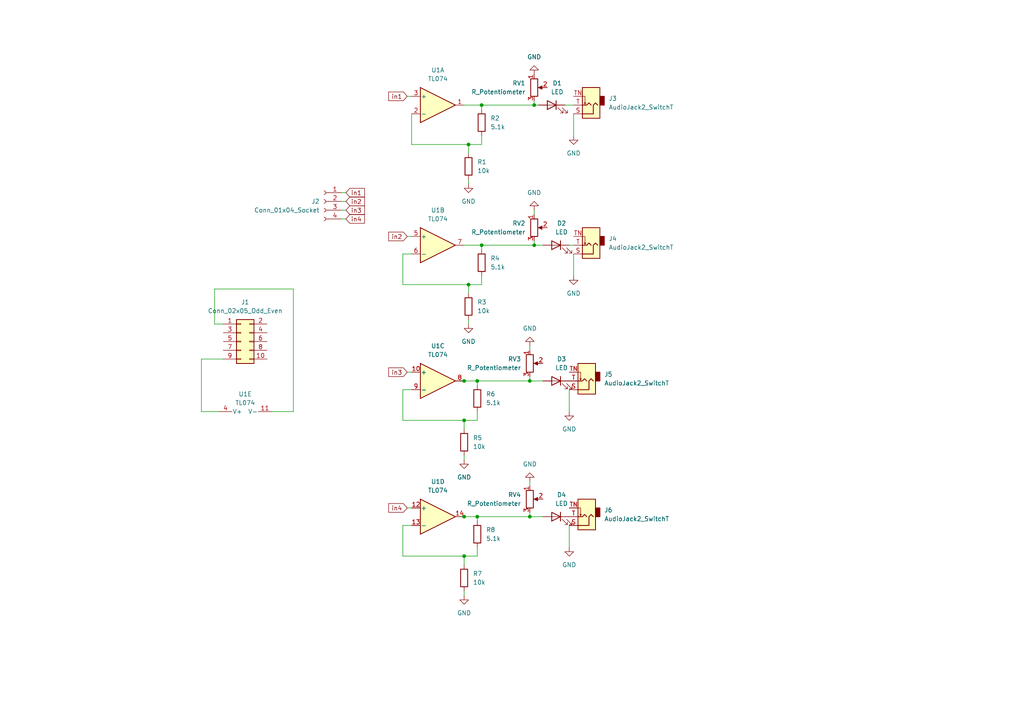
<source format=kicad_sch>
(kicad_sch (version 20230121) (generator eeschema)
  (paper "A4")
  (lib_symbols
    (symbol "Amplifier_Operational:TL074" (pin_names (offset 0.127))
      (property "Reference" "U" (at 0 5.08 0))
      (property "Value" "TL074" (at 0 -5.08 0))
      (symbol "TL074_1_1"
        (polyline (pts (xy -5.08 5.08) (xy 5.08 0) (xy -5.08 -5.08) (xy -5.08 5.08)) (stroke (width 0.254)) (fill (type background)))
        (pin output line (at 7.62 0 180) (length 2.54) (name "~") (number "1"))
        (pin input line (at -7.62 -2.54 0) (length 2.54) (name "-") (number "2"))
        (pin input line (at -7.62 2.54 0) (length 2.54) (name "+") (number "3"))
      )
      (symbol "TL074_2_1"
        (polyline (pts (xy -5.08 5.08) (xy 5.08 0) (xy -5.08 -5.08) (xy -5.08 5.08)) (stroke (width 0.254)) (fill (type background)))
        (pin input line (at -7.62 2.54 0) (length 2.54) (name "+") (number "5"))
        (pin input line (at -7.62 -2.54 0) (length 2.54) (name "-") (number "6"))
        (pin output line (at 7.62 0 180) (length 2.54) (name "~") (number "7"))
      )
      (symbol "TL074_3_1"
        (polyline (pts (xy -5.08 5.08) (xy 5.08 0) (xy -5.08 -5.08) (xy -5.08 5.08)) (stroke (width 0.254)) (fill (type background)))
        (pin input line (at -7.62 2.54 0) (length 2.54) (name "+") (number "10"))
        (pin output line (at 7.62 0 180) (length 2.54) (name "~") (number "8"))
        (pin input line (at -7.62 -2.54 0) (length 2.54) (name "-") (number "9"))
      )
      (symbol "TL074_4_1"
        (polyline (pts (xy -5.08 5.08) (xy 5.08 0) (xy -5.08 -5.08) (xy -5.08 5.08)) (stroke (width 0.254)) (fill (type background)))
        (pin input line (at -7.62 2.54 0) (length 2.54) (name "+") (number "12"))
        (pin input line (at -7.62 -2.54 0) (length 2.54) (name "-") (number "13"))
        (pin output line (at 7.62 0 180) (length 2.54) (name "~") (number "14"))
      )
      (symbol "TL074_5_1"
        (pin power_in line (at -2.54 -7.62 90) (length 3.81) (name "V-") (number "11"))
        (pin power_in line (at -2.54 7.62 270) (length 3.81) (name "V+") (number "4"))
      )
    )
    (symbol "Connector:Conn_01x04_Socket" (pin_names (offset 1.016) hide)
      (property "Reference" "J" (at 0 5.08 0))
      (property "Value" "Conn_01x04_Socket" (at 0 -7.62 0))
      (symbol "Conn_01x04_Socket_1_1"
        (arc (start 0 -4.572) (mid -0.5058 -5.08) (end 0 -5.588) (stroke (width 0.1524)))
        (arc (start 0 -2.032) (mid -0.5058 -2.54) (end 0 -3.048) (stroke (width 0.1524)))
        (polyline (pts (xy -1.27 -5.08) (xy -0.508 -5.08)) (stroke (width 0.1524)))
        (polyline (pts (xy -1.27 -2.54) (xy -0.508 -2.54)) (stroke (width 0.1524)))
        (polyline (pts (xy -1.27 0) (xy -0.508 0)) (stroke (width 0.1524)))
        (polyline (pts (xy -1.27 2.54) (xy -0.508 2.54)) (stroke (width 0.1524)))
        (arc (start 0 0.508) (mid -0.5058 0) (end 0 -0.508) (stroke (width 0.1524)))
        (arc (start 0 3.048) (mid -0.5058 2.54) (end 0 2.032) (stroke (width 0.1524)))
        (pin passive line (at -5.08 2.54 0) (length 3.81) (name "Pin_1") (number "1"))
        (pin passive line (at -5.08 0 0) (length 3.81) (name "Pin_2") (number "2"))
        (pin passive line (at -5.08 -2.54 0) (length 3.81) (name "Pin_3") (number "3"))
        (pin passive line (at -5.08 -5.08 0) (length 3.81) (name "Pin_4") (number "4"))
      )
    )
    (symbol "Connector_Audio:AudioJack2_SwitchT"
      (property "Reference" "J" (at 0 8.89 0))
      (property "Value" "AudioJack2_SwitchT" (at 0 6.35 0))
      (symbol "AudioJack2_SwitchT_0_1"
        (rectangle (start -2.54 0) (end -3.81 -2.54) (stroke (width 0.254)) (fill (type outline)))
        (polyline (pts (xy 1.778 -0.254) (xy 2.032 -0.762)))
        (polyline (pts (xy 0 0) (xy 0.635 -0.635) (xy 1.27 0) (xy 2.54 0)) (stroke (width 0.254)))
        (polyline (pts (xy 2.54 -2.54) (xy 1.778 -2.54) (xy 1.778 -0.254) (xy 1.524 -0.762)))
        (polyline (pts (xy 2.54 2.54) (xy -0.635 2.54) (xy -0.635 0) (xy -1.27 -0.635) (xy -1.905 0)) (stroke (width 0.254)))
        (rectangle (start 2.54 3.81) (end -2.54 -5.08) (stroke (width 0.254)) (fill (type background)))
      )
      (symbol "AudioJack2_SwitchT_1_1"
        (pin passive line (at 5.08 2.54 180) (length 2.54) (name "~") (number "S"))
        (pin passive line (at 5.08 0 180) (length 2.54) (name "~") (number "T"))
        (pin passive line (at 5.08 -2.54 180) (length 2.54) (name "~") (number "TN"))
      )
    )
    (symbol "Connector_Generic:Conn_02x05_Odd_Even" (pin_names (offset 1.016) hide)
      (property "Reference" "J" (at 1.27 7.62 0))
      (property "Value" "Conn_02x05_Odd_Even" (at 1.27 -7.62 0))
      (symbol "Conn_02x05_Odd_Even_1_1"
        (rectangle (start -1.27 -4.953) (end 0 -5.207) (stroke (width 0.1524)))
        (rectangle (start -1.27 -2.413) (end 0 -2.667) (stroke (width 0.1524)))
        (rectangle (start -1.27 0.127) (end 0 -0.127) (stroke (width 0.1524)))
        (rectangle (start -1.27 2.667) (end 0 2.413) (stroke (width 0.1524)))
        (rectangle (start -1.27 5.207) (end 0 4.953) (stroke (width 0.1524)))
        (rectangle (start -1.27 6.35) (end 3.81 -6.35) (stroke (width 0.254)) (fill (type background)))
        (rectangle (start 3.81 -4.953) (end 2.54 -5.207) (stroke (width 0.1524)))
        (rectangle (start 3.81 -2.413) (end 2.54 -2.667) (stroke (width 0.1524)))
        (rectangle (start 3.81 0.127) (end 2.54 -0.127) (stroke (width 0.1524)))
        (rectangle (start 3.81 2.667) (end 2.54 2.413) (stroke (width 0.1524)))
        (rectangle (start 3.81 5.207) (end 2.54 4.953) (stroke (width 0.1524)))
        (pin passive line (at -5.08 5.08 0) (length 3.81) (name "Pin_1") (number "1"))
        (pin passive line (at 7.62 -5.08 180) (length 3.81) (name "Pin_10") (number "10"))
        (pin passive line (at 7.62 5.08 180) (length 3.81) (name "Pin_2") (number "2"))
        (pin passive line (at -5.08 2.54 0) (length 3.81) (name "Pin_3") (number "3"))
        (pin passive line (at 7.62 2.54 180) (length 3.81) (name "Pin_4") (number "4"))
        (pin passive line (at -5.08 0 0) (length 3.81) (name "Pin_5") (number "5"))
        (pin passive line (at 7.62 0 180) (length 3.81) (name "Pin_6") (number "6"))
        (pin passive line (at -5.08 -2.54 0) (length 3.81) (name "Pin_7") (number "7"))
        (pin passive line (at 7.62 -2.54 180) (length 3.81) (name "Pin_8") (number "8"))
        (pin passive line (at -5.08 -5.08 0) (length 3.81) (name "Pin_9") (number "9"))
      )
    )
    (symbol "Device:LED" (pin_numbers hide) (pin_names (offset 1.016) hide)
      (property "Reference" "D" (at 0 2.54 0))
      (property "Value" "LED" (at 0 -2.54 0))
      (symbol "LED_0_1"
        (polyline (pts (xy -1.27 -1.27) (xy -1.27 1.27)) (stroke (width 0.254)))
        (polyline (pts (xy -1.27 0) (xy 1.27 0)))
        (polyline (pts (xy 1.27 -1.27) (xy 1.27 1.27) (xy -1.27 0) (xy 1.27 -1.27)) (stroke (width 0.254)))
        (polyline (pts (xy -3.048 -0.762) (xy -4.572 -2.286) (xy -3.81 -2.286) (xy -4.572 -2.286) (xy -4.572 -1.524)))
        (polyline (pts (xy -1.778 -0.762) (xy -3.302 -2.286) (xy -2.54 -2.286) (xy -3.302 -2.286) (xy -3.302 -1.524)))
      )
      (symbol "LED_1_1"
        (pin passive line (at -3.81 0 0) (length 2.54) (name "K") (number "1"))
        (pin passive line (at 3.81 0 180) (length 2.54) (name "A") (number "2"))
      )
    )
    (symbol "Device:R" (pin_numbers hide) (pin_names (offset 0))
      (property "Reference" "R" (at 2.032 0 90))
      (property "Value" "R" (at 0 0 90))
      (symbol "R_0_1"
        (rectangle (start -1.016 -2.54) (end 1.016 2.54) (stroke (width 0.254)))
      )
      (symbol "R_1_1"
        (pin passive line (at 0 3.81 270) (length 1.27) (name "~") (number "1"))
        (pin passive line (at 0 -3.81 90) (length 1.27) (name "~") (number "2"))
      )
    )
    (symbol "Device:R_Potentiometer" (pin_names (offset 1.016) hide)
      (property "Reference" "RV" (at -4.445 0 90))
      (property "Value" "R_Potentiometer" (at -2.54 0 90))
      (symbol "R_Potentiometer_0_1"
        (polyline (pts (xy 2.54 0) (xy 1.524 0)))
        (polyline (pts (xy 1.143 0) (xy 2.286 0.508) (xy 2.286 -0.508) (xy 1.143 0)) (fill (type outline)))
        (rectangle (start 1.016 2.54) (end -1.016 -2.54) (stroke (width 0.254)))
      )
      (symbol "R_Potentiometer_1_1"
        (pin passive line (at 0 3.81 270) (length 1.27) (name "1") (number "1"))
        (pin passive line (at 3.81 0 180) (length 1.27) (name "2") (number "2"))
        (pin passive line (at 0 -3.81 90) (length 1.27) (name "3") (number "3"))
      )
    )
    (symbol "power:GND" (power) (pin_names (offset 0))
      (property "Value" "GND" (at 0 -3.81 0))
      (symbol "GND_0_1"
        (polyline (pts (xy 0 0) (xy 0 -1.27) (xy 1.27 -1.27) (xy 0 -2.54) (xy -1.27 -1.27) (xy 0 -1.27)))
      )
      (symbol "GND_1_1"
        (pin power_in line (at 0 0 270) (length 0) hide (name "GND") (number "1"))
      )
    )
  )
  (junction (at 134.62 161.29))
  (junction (at 134.62 110.49))
  (junction (at 135.89 41.91))
  (junction (at 153.67 110.49))
  (junction (at 138.43 149.86))
  (junction (at 153.67 149.86))
  (junction (at 134.62 149.86))
  (junction (at 154.94 30.48))
  (junction (at 139.7 71.12))
  (junction (at 135.89 82.55))
  (junction (at 154.94 71.12))
  (junction (at 134.62 121.92))
  (junction (at 139.7 30.48))
  (junction (at 138.43 110.49))
  (wire (pts (xy 134.62 161.29) (xy 138.43 161.29)))
  (wire (pts (xy 58.42 119.38) (xy 63.5 119.38)))
  (wire (pts (xy 134.62 121.92) (xy 134.62 124.46)))
  (wire (pts (xy 134.62 161.29) (xy 134.62 163.83)))
  (wire (pts (xy 139.7 39.37) (xy 139.7 41.91)))
  (wire (pts (xy 118.11 107.95) (xy 119.38 107.95)))
  (wire (pts (xy 154.94 71.12) (xy 157.48 71.12)))
  (wire (pts (xy 116.84 152.4) (xy 116.84 161.29)))
  (wire (pts (xy 135.89 52.07) (xy 135.89 53.34)))
  (wire (pts (xy 85.09 83.82) (xy 62.23 83.82)))
  (wire (pts (xy 138.43 149.86) (xy 153.67 149.86)))
  (wire (pts (xy 133.35 110.49) (xy 134.62 110.49)))
  (wire (pts (xy 139.7 30.48) (xy 154.94 30.48)))
  (wire (pts (xy 166.37 73.66) (xy 166.37 80.01)))
  (wire (pts (xy 139.7 71.12) (xy 139.7 72.39)))
  (wire (pts (xy 138.43 119.38) (xy 138.43 121.92)))
  (wire (pts (xy 118.11 147.32) (xy 119.38 147.32)))
  (wire (pts (xy 135.89 82.55) (xy 139.7 82.55)))
  (wire (pts (xy 134.62 121.92) (xy 138.43 121.92)))
  (wire (pts (xy 134.62 30.48) (xy 139.7 30.48)))
  (wire (pts (xy 116.84 73.66) (xy 116.84 82.55)))
  (wire (pts (xy 99.06 60.96) (xy 100.33 60.96)))
  (wire (pts (xy 116.84 113.03) (xy 116.84 121.92)))
  (wire (pts (xy 166.37 33.02) (xy 166.37 39.37)))
  (wire (pts (xy 139.7 41.91) (xy 135.89 41.91)))
  (wire (pts (xy 119.38 113.03) (xy 116.84 113.03)))
  (wire (pts (xy 62.23 93.98) (xy 64.77 93.98)))
  (wire (pts (xy 116.84 121.92) (xy 134.62 121.92)))
  (wire (pts (xy 138.43 158.75) (xy 138.43 161.29)))
  (wire (pts (xy 139.7 30.48) (xy 139.7 31.75)))
  (wire (pts (xy 116.84 161.29) (xy 134.62 161.29)))
  (wire (pts (xy 153.67 148.59) (xy 153.67 149.86)))
  (wire (pts (xy 85.09 119.38) (xy 78.74 119.38)))
  (wire (pts (xy 62.23 83.82) (xy 62.23 93.98)))
  (wire (pts (xy 134.62 110.49) (xy 138.43 110.49)))
  (wire (pts (xy 99.06 63.5) (xy 100.33 63.5)))
  (wire (pts (xy 134.62 71.12) (xy 139.7 71.12)))
  (wire (pts (xy 165.1 71.12) (xy 166.37 71.12)))
  (wire (pts (xy 134.62 149.86) (xy 138.43 149.86)))
  (wire (pts (xy 135.89 92.71) (xy 135.89 93.98)))
  (wire (pts (xy 138.43 110.49) (xy 138.43 111.76)))
  (wire (pts (xy 153.67 109.22) (xy 153.67 110.49)))
  (wire (pts (xy 134.62 171.45) (xy 134.62 172.72)))
  (wire (pts (xy 119.38 73.66) (xy 116.84 73.66)))
  (wire (pts (xy 58.42 104.14) (xy 58.42 119.38)))
  (wire (pts (xy 116.84 82.55) (xy 135.89 82.55)))
  (wire (pts (xy 85.09 83.82) (xy 85.09 119.38)))
  (wire (pts (xy 99.06 58.42) (xy 100.33 58.42)))
  (wire (pts (xy 165.1 149.86) (xy 165.1 149.86)))
  (wire (pts (xy 99.06 55.88) (xy 100.33 55.88)))
  (wire (pts (xy 119.38 41.91) (xy 135.89 41.91)))
  (wire (pts (xy 165.1 113.03) (xy 165.1 119.38)))
  (wire (pts (xy 118.11 68.58) (xy 119.38 68.58)))
  (wire (pts (xy 119.38 152.4) (xy 116.84 152.4)))
  (wire (pts (xy 64.77 104.14) (xy 58.42 104.14)))
  (wire (pts (xy 138.43 110.49) (xy 153.67 110.49)))
  (wire (pts (xy 135.89 41.91) (xy 135.89 44.45)))
  (wire (pts (xy 163.83 30.48) (xy 166.37 30.48)))
  (wire (pts (xy 153.67 110.49) (xy 157.48 110.49)))
  (wire (pts (xy 139.7 71.12) (xy 154.94 71.12)))
  (wire (pts (xy 138.43 149.86) (xy 138.43 151.13)))
  (wire (pts (xy 154.94 30.48) (xy 156.21 30.48)))
  (wire (pts (xy 119.38 33.02) (xy 119.38 41.91)))
  (wire (pts (xy 118.11 27.94) (xy 119.38 27.94)))
  (wire (pts (xy 134.62 132.08) (xy 134.62 133.35)))
  (wire (pts (xy 139.7 80.01) (xy 139.7 82.55)))
  (wire (pts (xy 153.67 140.97) (xy 153.67 139.7)))
  (wire (pts (xy 165.1 110.49) (xy 165.1 110.49)))
  (wire (pts (xy 165.1 152.4) (xy 165.1 158.75)))
  (wire (pts (xy 154.94 69.85) (xy 154.94 71.12)))
  (wire (pts (xy 133.35 149.86) (xy 134.62 149.86)))
  (wire (pts (xy 135.89 82.55) (xy 135.89 85.09)))
  (wire (pts (xy 154.94 62.23) (xy 154.94 60.96)))
  (wire (pts (xy 153.67 101.6) (xy 153.67 100.33)))
  (wire (pts (xy 154.94 29.21) (xy 154.94 30.48)))
  (wire (pts (xy 153.67 149.86) (xy 157.48 149.86)))
  (global_label "in1" (shape input) (at 118.11 27.94 180) (property "Intersheetrefs" "${INTERSHEET_REFS}" (effects hide)))
  (global_label "in4" (shape input) (at 100.33 63.5 0) (property "Intersheetrefs" "${INTERSHEET_REFS}" (effects hide)))
  (global_label "in3" (shape input) (at 118.11 107.95 180) (property "Intersheetrefs" "${INTERSHEET_REFS}" (effects hide)))
  (global_label "in2" (shape input) (at 100.33 58.42 0) (property "Intersheetrefs" "${INTERSHEET_REFS}" (effects hide)))
  (global_label "in3" (shape input) (at 100.33 60.96 0) (property "Intersheetrefs" "${INTERSHEET_REFS}" (effects hide)))
  (global_label "in2" (shape input) (at 118.11 68.58 180) (property "Intersheetrefs" "${INTERSHEET_REFS}" (effects hide)))
  (global_label "in1" (shape input) (at 100.33 55.88 0) (property "Intersheetrefs" "${INTERSHEET_REFS}" (effects hide)))
  (global_label "in4" (shape input) (at 118.11 147.32 180) (property "Intersheetrefs" "${INTERSHEET_REFS}" (effects hide)))
  (symbol (lib_id "Device:LED") (at 161.29 71.12 0) (mirror y) (unit 1)
    (property "Reference" "D2" (at 162.8775 64.77 0))
    (property "Value" "LED" (at 162.8775 67.31 0))
    (property "Footprint" "LED_THT:LED_D2.0mm_W4.0mm_H2.8mm_FlatTop" (effects hide))
  )
  (symbol (lib_id "Device:R_Potentiometer") (at 153.67 144.78 0) (unit 1)
    (property "Reference" "RV4" (at 151.13 143.51 0) (effects (justify right)))
    (property "Value" "R_Potentiometer" (at 151.13 146.05 0) (effects (justify right)))
    (property "Footprint" "Potentiometer_THT:Potentiometer_Alps_RK09K_Single_Vertical" (effects hide))
  )
  (symbol (lib_id "Device:R") (at 139.7 76.2 0) (unit 1)
    (property "Reference" "R4" (at 142.24 74.93 0) (effects (justify left)))
    (property "Value" "5.1k" (at 142.24 77.47 0) (effects (justify left)))
    (property "Footprint" "Resistor_THT:R_Axial_DIN0204_L3.6mm_D1.6mm_P5.08mm_Horizontal" (effects hide))
  )
  (symbol (lib_id "Amplifier_Operational:TL074") (at 127 149.86 0) (unit 4)
    (property "Reference" "U1" (at 127 139.7 0))
    (property "Value" "TL074" (at 127 142.24 0))
    (property "Footprint" "Package_DIP:DIP-14_W7.62mm_Socket" (effects hide))
    (property "Datasheet" "http://www.ti.com/lit/ds/symlink/tl071.pdf" (effects hide))
  )
  (symbol (lib_id "Connector:Conn_01x04_Socket") (at 93.98 58.42 0) (mirror y) (unit 1)
    (property "Reference" "J2" (at 92.71 58.42 0) (effects (justify left)))
    (property "Value" "Conn_01x04_Socket" (at 92.71 60.96 0) (effects (justify left)))
    (property "Footprint" "Connector_PinSocket_2.54mm:PinSocket_1x04_P2.54mm_Vertical" (effects hide))
  )
  (symbol (lib_id "Device:LED") (at 161.29 110.49 0) (mirror y) (unit 1)
    (property "Reference" "D3" (at 162.8775 104.14 0))
    (property "Value" "LED" (at 162.8775 106.68 0))
    (property "Footprint" "LED_THT:LED_D2.0mm_W4.0mm_H2.8mm_FlatTop" (effects hide))
  )
  (symbol (lib_id "Amplifier_Operational:TL074") (at 127 110.49 0) (unit 3)
    (property "Reference" "U1" (at 127 100.33 0))
    (property "Value" "TL074" (at 127 102.87 0))
    (property "Footprint" "Package_DIP:DIP-14_W7.62mm_Socket" (effects hide))
    (property "Datasheet" "http://www.ti.com/lit/ds/symlink/tl071.pdf" (effects hide))
  )
  (symbol (lib_id "Device:R") (at 139.7 35.56 0) (unit 1)
    (property "Reference" "R2" (at 142.24 34.29 0) (effects (justify left)))
    (property "Value" "5.1k" (at 142.24 36.83 0) (effects (justify left)))
    (property "Footprint" "Resistor_THT:R_Axial_DIN0204_L3.6mm_D1.6mm_P5.08mm_Horizontal" (effects hide))
  )
  (symbol (lib_id "Amplifier_Operational:TL074") (at 127 71.12 0) (unit 2)
    (property "Reference" "U1" (at 127 60.96 0))
    (property "Value" "TL074" (at 127 63.5 0))
    (property "Footprint" "Package_DIP:DIP-14_W7.62mm_Socket" (effects hide))
    (property "Datasheet" "http://www.ti.com/lit/ds/symlink/tl071.pdf" (effects hide))
  )
  (symbol (lib_id "Device:R") (at 135.89 48.26 180) (unit 1)
    (property "Reference" "R1" (at 138.43 46.99 0) (effects (justify right)))
    (property "Value" "10k" (at 138.43 49.53 0) (effects (justify right)))
    (property "Footprint" "Resistor_THT:R_Axial_DIN0204_L3.6mm_D1.6mm_P5.08mm_Horizontal" (effects hide))
  )
  (symbol (lib_id "power:GND") (at 135.89 93.98 0) (unit 1)
    (property "Reference" "#PWR04" (effects hide))
    (property "Value" "GND" (at 135.89 99.06 0))
  )
  (symbol (lib_id "Connector_Generic:Conn_02x05_Odd_Even") (at 69.85 99.06 0) (unit 1)
    (property "Reference" "J1" (at 71.12 87.63 0))
    (property "Value" "Conn_02x05_Odd_Even" (at 71.12 90.17 0))
    (property "Footprint" "Connector_PinHeader_2.54mm:PinHeader_2x05_P2.54mm_Vertical" (effects hide))
  )
  (symbol (lib_id "Device:R") (at 134.62 128.27 180) (unit 1)
    (property "Reference" "R5" (at 137.16 127 0) (effects (justify right)))
    (property "Value" "10k" (at 137.16 129.54 0) (effects (justify right)))
    (property "Footprint" "Resistor_THT:R_Axial_DIN0204_L3.6mm_D1.6mm_P5.08mm_Horizontal" (effects hide))
  )
  (symbol (lib_id "Device:LED") (at 161.29 149.86 0) (mirror y) (unit 1)
    (property "Reference" "D4" (at 162.8775 143.51 0))
    (property "Value" "LED" (at 162.8775 146.05 0))
    (property "Footprint" "LED_THT:LED_D2.0mm_W4.0mm_H2.8mm_FlatTop" (effects hide))
  )
  (symbol (lib_id "Device:R_Potentiometer") (at 154.94 66.04 0) (unit 1)
    (property "Reference" "RV2" (at 152.4 64.77 0) (effects (justify right)))
    (property "Value" "R_Potentiometer" (at 152.4 67.31 0) (effects (justify right)))
    (property "Footprint" "Potentiometer_THT:Potentiometer_Alps_RK09K_Single_Vertical" (effects hide))
  )
  (symbol (lib_id "power:GND") (at 154.94 60.96 180) (unit 1)
    (property "Reference" "#PWR05" (effects hide))
    (property "Value" "GND" (at 154.94 55.88 0))
  )
  (symbol (lib_id "Device:LED") (at 160.02 30.48 0) (mirror y) (unit 1)
    (property "Reference" "D1" (at 161.6075 24.13 0))
    (property "Value" "LED" (at 161.6075 26.67 0))
    (property "Footprint" "LED_THT:LED_D2.0mm_W4.0mm_H2.8mm_FlatTop" (effects hide))
  )
  (symbol (lib_id "power:GND") (at 134.62 172.72 0) (unit 1)
    (property "Reference" "#PWR010" (effects hide))
    (property "Value" "GND" (at 134.62 177.8 0))
  )
  (symbol (lib_id "Connector_Audio:AudioJack2_SwitchT") (at 170.18 149.86 180) (unit 1)
    (property "Reference" "J6" (at 175.26 147.955 0) (effects (justify right)))
    (property "Value" "AudioJack2_SwitchT" (at 175.26 150.495 0) (effects (justify right)))
    (property "Footprint" "Connector_Audio:Jack_3.5mm_QingPu_WQP-PJ398SM_Vertical_CircularHoles" (effects hide))
  )
  (symbol (lib_id "power:GND") (at 134.62 133.35 0) (unit 1)
    (property "Reference" "#PWR07" (effects hide))
    (property "Value" "GND" (at 134.62 138.43 0))
  )
  (symbol (lib_id "Device:R_Potentiometer") (at 153.67 105.41 0) (unit 1)
    (property "Reference" "RV3" (at 151.13 104.14 0) (effects (justify right)))
    (property "Value" "R_Potentiometer" (at 151.13 106.68 0) (effects (justify right)))
    (property "Footprint" "Potentiometer_THT:Potentiometer_Alps_RK09K_Single_Vertical" (effects hide))
  )
  (symbol (lib_id "Connector_Audio:AudioJack2_SwitchT") (at 171.45 30.48 180) (unit 1)
    (property "Reference" "J3" (at 176.53 28.575 0) (effects (justify right)))
    (property "Value" "AudioJack2_SwitchT" (at 176.53 31.115 0) (effects (justify right)))
    (property "Footprint" "Connector_Audio:Jack_3.5mm_QingPu_WQP-PJ398SM_Vertical_CircularHoles" (effects hide))
  )
  (symbol (lib_id "Device:R") (at 138.43 154.94 0) (unit 1)
    (property "Reference" "R8" (at 140.97 153.67 0) (effects (justify left)))
    (property "Value" "5.1k" (at 140.97 156.21 0) (effects (justify left)))
    (property "Footprint" "Resistor_THT:R_Axial_DIN0204_L3.6mm_D1.6mm_P5.08mm_Horizontal" (effects hide))
  )
  (symbol (lib_id "power:GND") (at 153.67 139.7 180) (unit 1)
    (property "Reference" "#PWR011" (effects hide))
    (property "Value" "GND" (at 153.67 134.62 0))
  )
  (symbol (lib_id "power:GND") (at 135.89 53.34 0) (unit 1)
    (property "Reference" "#PWR01" (effects hide))
    (property "Value" "GND" (at 135.89 58.42 0))
  )
  (symbol (lib_id "Device:R") (at 135.89 88.9 180) (unit 1)
    (property "Reference" "R3" (at 138.43 87.63 0) (effects (justify right)))
    (property "Value" "10k" (at 138.43 90.17 0) (effects (justify right)))
    (property "Footprint" "Resistor_THT:R_Axial_DIN0204_L3.6mm_D1.6mm_P5.08mm_Horizontal" (effects hide))
  )
  (symbol (lib_id "Connector_Audio:AudioJack2_SwitchT") (at 170.18 110.49 180) (unit 1)
    (property "Reference" "J5" (at 175.26 108.585 0) (effects (justify right)))
    (property "Value" "AudioJack2_SwitchT" (at 175.26 111.125 0) (effects (justify right)))
    (property "Footprint" "Connector_Audio:Jack_3.5mm_QingPu_WQP-PJ398SM_Vertical_CircularHoles" (effects hide))
  )
  (symbol (lib_id "power:GND") (at 166.37 80.01 0) (unit 1)
    (property "Reference" "#PWR06" (effects hide))
    (property "Value" "GND" (at 166.37 85.09 0))
  )
  (symbol (lib_id "power:GND") (at 166.37 39.37 0) (unit 1)
    (property "Reference" "#PWR02" (effects hide))
    (property "Value" "GND" (at 166.37 44.45 0))
  )
  (symbol (lib_id "power:GND") (at 153.67 100.33 180) (unit 1)
    (property "Reference" "#PWR08" (effects hide))
    (property "Value" "GND" (at 153.67 95.25 0))
  )
  (symbol (lib_id "Connector_Audio:AudioJack2_SwitchT") (at 171.45 71.12 180) (unit 1)
    (property "Reference" "J4" (at 176.53 69.215 0) (effects (justify right)))
    (property "Value" "AudioJack2_SwitchT" (at 176.53 71.755 0) (effects (justify right)))
    (property "Footprint" "Connector_Audio:Jack_3.5mm_QingPu_WQP-PJ398SM_Vertical_CircularHoles" (effects hide))
  )
  (symbol (lib_id "power:GND") (at 165.1 119.38 0) (unit 1)
    (property "Reference" "#PWR09" (effects hide))
    (property "Value" "GND" (at 165.1 124.46 0))
  )
  (symbol (lib_id "power:GND") (at 154.94 21.59 180) (unit 1)
    (property "Reference" "#PWR03" (effects hide))
    (property "Value" "GND" (at 154.94 16.51 0))
  )
  (symbol (lib_id "Amplifier_Operational:TL074") (at 71.12 116.84 90) (unit 5)
    (property "Reference" "U1" (at 71.12 114.3 90))
    (property "Value" "TL074" (at 71.12 116.84 90))
    (property "Footprint" "Package_DIP:DIP-14_W7.62mm_Socket" (effects hide))
    (property "Datasheet" "http://www.ti.com/lit/ds/symlink/tl071.pdf" (effects hide))
  )
  (symbol (lib_id "Device:R_Potentiometer") (at 154.94 25.4 0) (unit 1)
    (property "Reference" "RV1" (at 152.4 24.13 0) (effects (justify right)))
    (property "Value" "R_Potentiometer" (at 152.4 26.67 0) (effects (justify right)))
    (property "Footprint" "Potentiometer_THT:Potentiometer_Alps_RK09K_Single_Vertical" (effects hide))
  )
  (symbol (lib_id "power:GND") (at 165.1 158.75 0) (unit 1)
    (property "Reference" "#PWR012" (effects hide))
    (property "Value" "GND" (at 165.1 163.83 0))
  )
  (symbol (lib_id "Amplifier_Operational:TL074") (at 127 30.48 0) (unit 1)
    (property "Reference" "U1" (at 127 20.32 0))
    (property "Value" "TL074" (at 127 22.86 0))
    (property "Footprint" "Package_DIP:DIP-14_W7.62mm_Socket" (effects hide))
    (property "Datasheet" "http://www.ti.com/lit/ds/symlink/tl071.pdf" (effects hide))
  )
  (symbol (lib_id "Device:R") (at 134.62 167.64 180) (unit 1)
    (property "Reference" "R7" (at 137.16 166.37 0) (effects (justify right)))
    (property "Value" "10k" (at 137.16 168.91 0) (effects (justify right)))
    (property "Footprint" "Resistor_THT:R_Axial_DIN0204_L3.6mm_D1.6mm_P5.08mm_Horizontal" (effects hide))
  )
  (symbol (lib_id "Device:R") (at 138.43 115.57 0) (unit 1)
    (property "Reference" "R6" (at 140.97 114.3 0) (effects (justify left)))
    (property "Value" "5.1k" (at 140.97 116.84 0) (effects (justify left)))
    (property "Footprint" "Resistor_THT:R_Axial_DIN0204_L3.6mm_D1.6mm_P5.08mm_Horizontal" (effects hide))
  )
)
</source>
